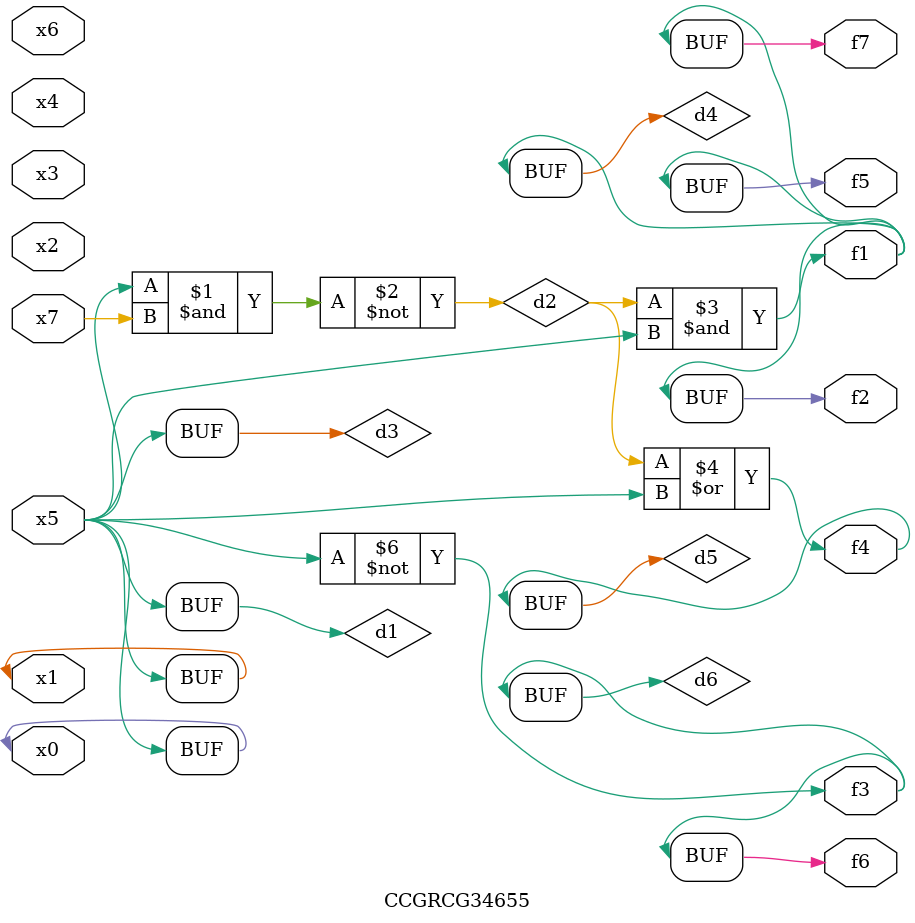
<source format=v>
module CCGRCG34655(
	input x0, x1, x2, x3, x4, x5, x6, x7,
	output f1, f2, f3, f4, f5, f6, f7
);

	wire d1, d2, d3, d4, d5, d6;

	buf (d1, x0, x5);
	nand (d2, x5, x7);
	buf (d3, x0, x1);
	and (d4, d2, d3);
	or (d5, d2, d3);
	nor (d6, d1, d3);
	assign f1 = d4;
	assign f2 = d4;
	assign f3 = d6;
	assign f4 = d5;
	assign f5 = d4;
	assign f6 = d6;
	assign f7 = d4;
endmodule

</source>
